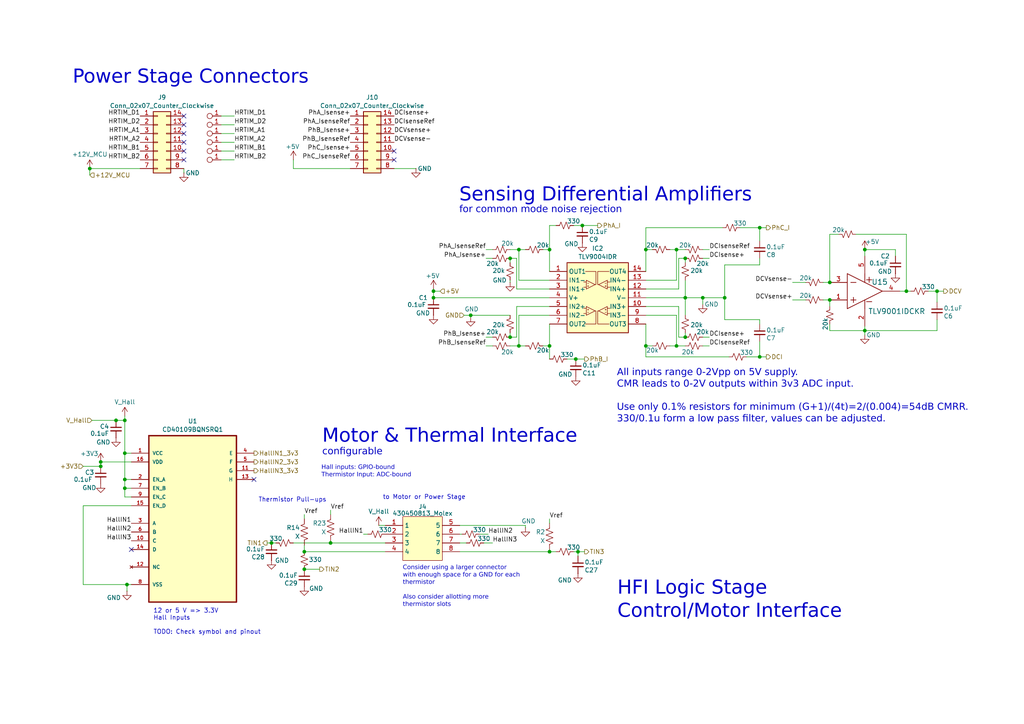
<source format=kicad_sch>
(kicad_sch (version 20231120) (generator "eeschema") (generator_version "8.0")
  (paper "A4")
  (lib_symbols
    (symbol "Connector_Generic:Conn_02x07_Counter_Clockwise" (pin_names (offset 1.016) hide)
      (property "Reference" "J" (at 1.27 10.16 0))
      (property "Value" "Conn_02x07_Counter_Clockwise" (at 1.27 -10.16 0))
      (symbol "Conn_02x07_Counter_Clockwise_1_1"
        (rectangle (start -1.27 -7.493) (end 0 -7.747) (stroke (width 0.1524)))
        (rectangle (start -1.27 -4.953) (end 0 -5.207) (stroke (width 0.1524)))
        (rectangle (start -1.27 -2.413) (end 0 -2.667) (stroke (width 0.1524)))
        (rectangle (start -1.27 0.127) (end 0 -0.127) (stroke (width 0.1524)))
        (rectangle (start -1.27 2.667) (end 0 2.413) (stroke (width 0.1524)))
        (rectangle (start -1.27 5.207) (end 0 4.953) (stroke (width 0.1524)))
        (rectangle (start -1.27 7.747) (end 0 7.493) (stroke (width 0.1524)))
        (rectangle (start -1.27 8.89) (end 3.81 -8.89) (stroke (width 0.254)) (fill (type background)))
        (rectangle (start 3.81 -7.493) (end 2.54 -7.747) (stroke (width 0.1524)))
        (rectangle (start 3.81 -4.953) (end 2.54 -5.207) (stroke (width 0.1524)))
        (rectangle (start 3.81 -2.413) (end 2.54 -2.667) (stroke (width 0.1524)))
        (rectangle (start 3.81 0.127) (end 2.54 -0.127) (stroke (width 0.1524)))
        (rectangle (start 3.81 2.667) (end 2.54 2.413) (stroke (width 0.1524)))
        (rectangle (start 3.81 5.207) (end 2.54 4.953) (stroke (width 0.1524)))
        (rectangle (start 3.81 7.747) (end 2.54 7.493) (stroke (width 0.1524)))
        (pin passive line (at -5.08 7.62 0) (length 3.81) (name "Pin_1") (number "1"))
        (pin passive line (at 7.62 -2.54 180) (length 3.81) (name "Pin_10") (number "10"))
        (pin passive line (at 7.62 0 180) (length 3.81) (name "Pin_11") (number "11"))
        (pin passive line (at 7.62 2.54 180) (length 3.81) (name "Pin_12") (number "12"))
        (pin passive line (at 7.62 5.08 180) (length 3.81) (name "Pin_13") (number "13"))
        (pin passive line (at 7.62 7.62 180) (length 3.81) (name "Pin_14") (number "14"))
        (pin passive line (at -5.08 5.08 0) (length 3.81) (name "Pin_2") (number "2"))
        (pin passive line (at -5.08 2.54 0) (length 3.81) (name "Pin_3") (number "3"))
        (pin passive line (at -5.08 0 0) (length 3.81) (name "Pin_4") (number "4"))
        (pin passive line (at -5.08 -2.54 0) (length 3.81) (name "Pin_5") (number "5"))
        (pin passive line (at -5.08 -5.08 0) (length 3.81) (name "Pin_6") (number "6"))
        (pin passive line (at -5.08 -7.62 0) (length 3.81) (name "Pin_7") (number "7"))
        (pin passive line (at 7.62 -7.62 180) (length 3.81) (name "Pin_8") (number "8"))
        (pin passive line (at 7.62 -5.08 180) (length 3.81) (name "Pin_9") (number "9"))
      )
    )
    (symbol "Device:C_Small" (pin_numbers hide) (pin_names (offset 0.254) hide)
      (property "Reference" "C" (at 0.254 1.778 0))
      (property "Value" "C_Small" (at 0.254 -2.032 0))
      (symbol "C_Small_0_1"
        (polyline (pts (xy -1.524 -0.508) (xy 1.524 -0.508)) (stroke (width 0.3302)))
        (polyline (pts (xy -1.524 0.508) (xy 1.524 0.508)) (stroke (width 0.3048)))
      )
      (symbol "C_Small_1_1"
        (pin passive line (at 0 2.54 270) (length 2.032) (name "~") (number "1"))
        (pin passive line (at 0 -2.54 90) (length 2.032) (name "~") (number "2"))
      )
    )
    (symbol "Device:R_Small_US" (pin_numbers hide) (pin_names (offset 0.254) hide)
      (property "Reference" "R" (at 0.762 0.508 0))
      (property "Value" "R_Small_US" (at 0.762 -1.016 0))
      (symbol "R_Small_US_1_1"
        (polyline (pts (xy 0 0) (xy 1.016 -0.381) (xy 0 -0.762) (xy -1.016 -1.143) (xy 0 -1.524)))
        (polyline (pts (xy 0 1.524) (xy 1.016 1.143) (xy 0 0.762) (xy -1.016 0.381) (xy 0 0)))
        (pin passive line (at 0 2.54 270) (length 1.016) (name "~") (number "1"))
        (pin passive line (at 0 -2.54 90) (length 1.016) (name "~") (number "2"))
      )
    )
    (symbol "Device:R_US" (pin_numbers hide) (pin_names (offset 0))
      (property "Reference" "R" (at 2.54 0 90))
      (property "Value" "R_US" (at -2.54 0 90))
      (symbol "R_US_0_1"
        (polyline (pts (xy 0 -2.286) (xy 0 -2.54)))
        (polyline (pts (xy 0 2.286) (xy 0 2.54)))
        (polyline (pts (xy 0 -0.762) (xy 1.016 -1.143) (xy 0 -1.524) (xy -1.016 -1.905) (xy 0 -2.286)))
        (polyline (pts (xy 0 0.762) (xy 1.016 0.381) (xy 0 0) (xy -1.016 -0.381) (xy 0 -0.762)))
        (polyline (pts (xy 0 2.286) (xy 1.016 1.905) (xy 0 1.524) (xy -1.016 1.143) (xy 0 0.762)))
      )
      (symbol "R_US_1_1"
        (pin passive line (at 0 3.81 270) (length 1.27) (name "~") (number "1"))
        (pin passive line (at 0 -3.81 90) (length 1.27) (name "~") (number "2"))
      )
    )
    (symbol "GTSR_symbol_lib:2068320801_Molex"
      (property "Reference" "J" (at 1.27 6.35 0))
      (property "Value" "2068320801_Molex" (at 0 -13.97 0))
      (symbol "2068320801_Molex_0_0"
        (rectangle (start -3.81 5.08) (end 7.62 -7.62) (fill (type background)))
        (pin passive line (at -8.89 2.54 0) (length 5.08) (name "1") (number "1"))
        (pin passive line (at -8.89 0 0) (length 5.08) (name "2") (number "2"))
        (pin passive line (at -8.89 -2.54 0) (length 5.08) (name "3") (number "3"))
        (pin passive line (at -8.89 -5.08 0) (length 5.08) (name "4") (number "4"))
        (pin passive line (at 12.7 2.54 180) (length 5.08) (name "5") (number "5"))
        (pin passive line (at 12.7 0 180) (length 5.08) (name "6") (number "6"))
        (pin passive line (at 12.7 -2.54 180) (length 5.08) (name "7") (number "7"))
        (pin passive line (at 12.7 -5.08 180) (length 5.08) (name "8") (number "8"))
      )
    )
    (symbol "HEI_Logic:CD40109BQNSRQ1" (pin_names (offset 1.016))
      (property "Reference" "U" (at -4.37 22.7647 0))
      (property "Value" "CD40109BQNSRQ1" (at -3.6353 -32.2602 0))
      (symbol "CD40109BQNSRQ1_0_0"
        (rectangle (start -12.7 -27.94) (end 12.7 20.32) (stroke (width 0.4064)) (fill (type background)))
        (pin power_in line (at -17.78 15.24 0) (length 5.08) (name "VCC") (number "1"))
        (pin input line (at -17.78 -10.16 0) (length 5.08) (name "C") (number "10"))
        (pin output line (at 17.78 10.16 180) (length 5.08) (name "G") (number "11"))
        (pin no_connect line (at -17.78 -17.78 0) (length 5.08) (name "NC") (number "12"))
        (pin output line (at 17.78 7.62 180) (length 5.08) (name "H") (number "13"))
        (pin input line (at -17.78 -12.7 0) (length 5.08) (name "D") (number "14"))
        (pin input line (at -17.78 0 0) (length 5.08) (name "EN_D") (number "15"))
        (pin power_in line (at -17.78 12.7 0) (length 5.08) (name "VDD") (number "16"))
        (pin input line (at -17.78 7.62 0) (length 5.08) (name "EN_A") (number "2"))
        (pin input line (at -17.78 -5.08 0) (length 5.08) (name "A") (number "3"))
        (pin output line (at 17.78 15.24 180) (length 5.08) (name "E") (number "4"))
        (pin output line (at 17.78 12.7 180) (length 5.08) (name "F") (number "5"))
        (pin input line (at -17.78 -7.62 0) (length 5.08) (name "B") (number "6"))
        (pin input line (at -17.78 5.08 0) (length 5.08) (name "EN_B") (number "7"))
        (pin power_in line (at -17.78 -22.86 0) (length 5.08) (name "VSS") (number "8"))
        (pin input line (at -17.78 2.54 0) (length 5.08) (name "EN_C") (number "9"))
      )
    )
    (symbol "HEI_Logic:TLV9001IDCKR" (pin_names (offset 0.254))
      (property "Reference" "U9" (at 14.1142 6.7579 0))
      (property "Value" "TLV9001IDCKR" (at 14.1142 3.925 0))
      (symbol "TLV9001IDCKR_0_1"
        (polyline (pts (xy -5.08 -5.08) (xy 5.08 0)) (stroke (width 0.2032)))
        (polyline (pts (xy -5.08 5.08) (xy -5.08 -5.08)) (stroke (width 0.2032)))
        (polyline (pts (xy -5.08 5.08) (xy 5.08 0)) (stroke (width 0.2032)))
        (polyline (pts (xy -4.064 -2.54) (xy -2.54 -2.54)) (stroke (width 0.2032)))
        (polyline (pts (xy -4.064 2.54) (xy -2.54 2.54)) (stroke (width 0.2032)))
        (polyline (pts (xy -3.302 -1.778) (xy -3.302 -3.302)) (stroke (width 0.2032)))
        (polyline (pts (xy 0 -2.54) (xy 0 -5.08)) (stroke (width 0.2032)))
        (polyline (pts (xy 0 5.08) (xy 0 2.54)) (stroke (width 0.2032)))
        (polyline (pts (xy 0.508 -3.048) (xy 2.032 -3.048)) (stroke (width 0.2032)))
        (polyline (pts (xy 0.508 3.302) (xy 2.032 3.302)) (stroke (width 0.2032)))
        (polyline (pts (xy 1.27 4.064) (xy 1.27 2.54)) (stroke (width 0.2032)))
      )
      (symbol "TLV9001IDCKR_1_1"
        (pin input line (at -10.16 -2.54 0) (length 5.08) (name "") (number "1"))
        (pin power_in line (at 0 -10.16 90) (length 5.08) (name "") (number "2"))
        (pin input line (at -10.16 2.54 0) (length 5.08) (name "") (number "3"))
        (pin output line (at 10.16 0 180) (length 5.08) (name "") (number "4"))
        (pin power_in line (at 0 10.16 270) (length 5.08) (name "") (number "5"))
      )
    )
    (symbol "HEI_Logic:TLV9004IDR"
      (property "Reference" "IC1" (at 13.97 6.6845 0))
      (property "Value" "TLV9004IDR" (at 13.97 4.2602 0))
      (symbol "TLV9004IDR_0_1"
        (polyline (pts (xy 10.668 -12.192) (xy 9.906 -12.192)))
        (polyline (pts (xy 10.668 -10.668) (xy 9.906 -10.668)))
        (polyline (pts (xy 10.668 -4.572) (xy 9.906 -4.572)))
        (polyline (pts (xy 10.668 -3.048) (xy 9.906 -3.048)))
        (polyline (pts (xy 17.526 -12.192) (xy 16.764 -12.192)))
        (polyline (pts (xy 17.526 -10.668) (xy 16.764 -10.668)))
        (polyline (pts (xy 17.526 -4.572) (xy 16.764 -4.572)))
        (polyline (pts (xy 17.526 -3.048) (xy 16.764 -3.048)))
        (polyline (pts (xy 10.668 -10.16) (xy 10.668 -12.7) (xy 13.208 -11.43) (xy 10.668 -10.16)))
        (polyline (pts (xy 10.668 -5.08) (xy 10.668 -2.54) (xy 13.208 -3.81) (xy 10.668 -5.08)))
        (polyline (pts (xy 13.208 -11.43) (xy 13.462 -11.43) (xy 13.462 -15.24) (xy 10.414 -15.24)))
        (polyline (pts (xy 13.208 -3.81) (xy 13.462 -3.81) (xy 13.462 0) (xy 10.414 0)))
        (polyline (pts (xy 14.224 -11.43) (xy 13.97 -11.43) (xy 13.97 -15.24) (xy 17.272 -15.24)))
        (polyline (pts (xy 14.224 -3.81) (xy 13.97 -3.81) (xy 13.97 0) (xy 17.272 0)))
        (polyline (pts (xy 16.764 -12.7) (xy 14.224 -11.43) (xy 16.764 -10.16) (xy 16.764 -12.7)))
        (polyline (pts (xy 16.764 -2.54) (xy 14.224 -3.81) (xy 16.764 -5.08) (xy 16.764 -2.54)))
      )
      (symbol "TLV9004IDR_1_1"
        (rectangle (start 5.08 2.54) (end 22.86 -17.78) (stroke (width 0.254)) (fill (type background)))
        (text "+\n-" (at 11.176 -11.43 0) (effects (font (size 0.5 0.5))))
        (text "+\n-" (at 16.256 -11.43 0) (effects (font (size 0.5 0.5))))
        (text "-\n+" (at 11.176 -3.81 0) (effects (font (size 0.5 0.5))))
        (text "-\n+" (at 16.256 -3.81 0) (effects (font (size 0.5 0.5))))
        (pin passive line (at 0 0 0) (length 5.08) (name "OUT1") (number "1"))
        (pin passive line (at 27.94 -10.16 180) (length 5.08) (name "IN3+") (number "10"))
        (pin passive line (at 27.94 -7.62 180) (length 5.08) (name "V-") (number "11"))
        (pin passive line (at 27.94 -5.08 180) (length 5.08) (name "IN4+") (number "12"))
        (pin passive line (at 27.94 -2.54 180) (length 5.08) (name "IN4-") (number "13"))
        (pin passive line (at 27.94 0 180) (length 5.08) (name "OUT4") (number "14"))
        (pin passive line (at 0 -2.54 0) (length 5.08) (name "IN1-") (number "2"))
        (pin passive line (at 0 -5.08 0) (length 5.08) (name "IN1+") (number "3"))
        (pin passive line (at 0 -7.62 0) (length 5.08) (name "V+") (number "4"))
        (pin passive line (at 0 -10.16 0) (length 5.08) (name "IN2+") (number "5"))
        (pin passive line (at 0 -12.7 0) (length 5.08) (name "IN2-") (number "6"))
        (pin passive line (at 0 -15.24 0) (length 5.08) (name "OUT2") (number "7"))
        (pin passive line (at 27.94 -15.24 180) (length 5.08) (name "OUT3") (number "8"))
        (pin passive line (at 27.94 -12.7 180) (length 5.08) (name "IN3-") (number "9"))
      )
    )
    (symbol "Test_Point_1"
      (symbol "Test_Point_1_0_1"
        (circle (center 0 3.302) (radius 0.762))
      )
      (symbol "Test_Point_1_1_1"
        (pin passive line (at 0 0 90) (length 2.54) (name "") (number "1"))
      )
    )
    (symbol "power:+3V3" (power) (pin_numbers hide) (pin_names (offset 0) hide)
      (property "Value" "+3V3" (at 0 3.556 0))
      (symbol "+3V3_0_1"
        (polyline (pts (xy -0.762 1.27) (xy 0 2.54)))
        (polyline (pts (xy 0 0) (xy 0 2.54)))
        (polyline (pts (xy 0 2.54) (xy 0.762 1.27)))
      )
      (symbol "+3V3_1_1"
        (pin power_in line (at 0 0 90) (length 0) (name "~") (number "1"))
      )
    )
    (symbol "power:GND" (power) (pin_numbers hide) (pin_names (offset 0) hide)
      (property "Value" "GND" (at 0 -3.81 0))
      (symbol "GND_0_1"
        (polyline (pts (xy 0 0) (xy 0 -1.27) (xy 1.27 -1.27) (xy 0 -2.54) (xy -1.27 -1.27) (xy 0 -1.27)))
      )
      (symbol "GND_1_1"
        (pin power_in line (at 0 0 270) (length 0) (name "~") (number "1"))
      )
    )
  )
  (junction (at 198.755 74.93))
  (junction (at 196.215 100.33))
  (junction (at 196.215 72.39))
  (junction (at 88.265 165.1))
  (junction (at 36.83 169.545))
  (junction (at 36.195 131.445))
  (junction (at 36.195 121.92))
  (junction (at 29.21 135.255))
  (junction (at 95.885 157.48))
  (junction (at 29.21 133.985))
  (junction (at 250.825 95.885))
  (junction (at 78.74 157.48))
  (junction (at 271.78 84.455))
  (junction (at 240.665 81.915))
  (junction (at 136.525 91.44))
  (junction (at 147.955 74.93))
  (junction (at 198.755 86.36))
  (junction (at 159.385 160.02))
  (junction (at 187.325 100.33))
  (junction (at 147.955 97.79))
  (junction (at 150.495 72.39))
  (junction (at 220.345 66.04))
  (junction (at 125.73 86.36))
  (junction (at 168.91 65.405))
  (junction (at 167.005 104.14))
  (junction (at 150.495 100.33))
  (junction (at 203.835 86.36))
  (junction (at 159.385 100.33))
  (junction (at 159.385 72.39))
  (junction (at 26.035 48.895))
  (junction (at 88.265 160.02))
  (junction (at 167.64 160.02))
  (junction (at 36.195 139.065))
  (junction (at 187.325 72.39))
  (junction (at 33.655 121.92))
  (junction (at 125.73 84.455))
  (junction (at 210.185 86.36))
  (junction (at 36.195 141.605))
  (junction (at 198.755 97.79))
  (junction (at 240.665 86.995))
  (junction (at 250.825 72.39))
  (junction (at 262.89 84.455))
  (junction (at 220.345 103.505))
  (no_connect (at 53.34 43.815))
  (no_connect (at 53.34 41.275))
  (no_connect (at 53.34 33.655))
  (no_connect (at 53.34 46.355))
  (no_connect (at 38.1 159.385))
  (no_connect (at 53.34 36.195))
  (no_connect (at 114.3 43.815))
  (no_connect (at 53.34 38.735))
  (no_connect (at 73.66 139.065))
  (no_connect (at 114.3 46.355))
  (wire (pts (xy 203.835 86.36) (xy 210.185 86.36)))
  (wire (pts (xy 147.955 100.33) (xy 150.495 100.33)))
  (wire (pts (xy 196.85 97.79) (xy 198.755 97.79)))
  (wire (pts (xy 238.76 86.995) (xy 240.665 86.995)))
  (wire (pts (xy 135.255 157.48) (xy 133.35 157.48)))
  (wire (pts (xy 198.755 74.93) (xy 198.755 76.2)))
  (wire (pts (xy 136.525 91.44) (xy 136.525 92.075)))
  (wire (pts (xy 147.955 72.39) (xy 150.495 72.39)))
  (wire (pts (xy 220.345 99.06) (xy 220.345 103.505)))
  (wire (pts (xy 187.325 100.33) (xy 187.325 93.98)))
  (wire (pts (xy 67.945 33.655) (xy 64.135 33.655)))
  (wire (pts (xy 169.545 160.02) (xy 167.64 160.02)))
  (wire (pts (xy 80.01 157.48) (xy 78.74 157.48)))
  (wire (pts (xy 133.985 154.94) (xy 133.35 154.94)))
  (wire (pts (xy 105.41 154.94) (xy 106.68 154.94)))
  (wire (pts (xy 240.665 95.885) (xy 250.825 95.885)))
  (wire (pts (xy 198.755 97.79) (xy 198.755 96.52)))
  (wire (pts (xy 142.875 100.33) (xy 140.97 100.33)))
  (wire (pts (xy 29.21 135.255) (xy 29.21 133.985)))
  (wire (pts (xy 196.85 88.9) (xy 187.325 88.9)))
  (wire (pts (xy 203.835 72.39) (xy 205.74 72.39)))
  (wire (pts (xy 243.205 67.945) (xy 240.665 67.945)))
  (wire (pts (xy 150.495 72.39) (xy 152.4 72.39)))
  (wire (pts (xy 88.265 150.495) (xy 88.265 149.225)))
  (wire (pts (xy 38.1 141.605) (xy 36.195 141.605)))
  (wire (pts (xy 159.385 72.39) (xy 159.385 78.74)))
  (wire (pts (xy 95.885 149.225) (xy 95.885 147.955)))
  (wire (pts (xy 240.665 86.995) (xy 240.665 88.9)))
  (wire (pts (xy 210.185 76.835) (xy 210.185 86.36)))
  (wire (pts (xy 161.29 160.02) (xy 159.385 160.02)))
  (wire (pts (xy 250.825 72.39) (xy 250.825 74.295)))
  (wire (pts (xy 167.64 160.02) (xy 166.37 160.02)))
  (wire (pts (xy 142.875 74.93) (xy 140.97 74.93)))
  (wire (pts (xy 196.215 100.33) (xy 194.31 100.33)))
  (wire (pts (xy 85.09 48.895) (xy 85.09 46.355)))
  (wire (pts (xy 125.73 86.36) (xy 125.73 84.455)))
  (wire (pts (xy 187.325 103.505) (xy 211.455 103.505)))
  (wire (pts (xy 36.195 139.065) (xy 36.195 141.605)))
  (wire (pts (xy 189.23 100.33) (xy 187.325 100.33)))
  (wire (pts (xy 88.265 160.02) (xy 111.76 160.02)))
  (wire (pts (xy 167.005 104.14) (xy 169.545 104.14)))
  (wire (pts (xy 269.24 84.455) (xy 271.78 84.455)))
  (wire (pts (xy 196.215 72.39) (xy 196.215 81.28)))
  (wire (pts (xy 139.065 154.94) (xy 141.605 154.94)))
  (wire (pts (xy 149.86 97.79) (xy 147.955 97.79)))
  (wire (pts (xy 26.035 48.895) (xy 40.64 48.895)))
  (wire (pts (xy 271.78 84.455) (xy 273.685 84.455)))
  (wire (pts (xy 24.13 135.255) (xy 29.21 135.255)))
  (wire (pts (xy 109.855 152.4) (xy 111.76 152.4)))
  (wire (pts (xy 67.945 41.275) (xy 64.135 41.275)))
  (wire (pts (xy 36.83 171.45) (xy 36.83 169.545)))
  (wire (pts (xy 262.89 84.455) (xy 260.985 84.455)))
  (wire (pts (xy 159.385 65.405) (xy 161.29 65.405)))
  (wire (pts (xy 150.495 91.44) (xy 159.385 91.44)))
  (wire (pts (xy 150.495 72.39) (xy 150.495 81.28)))
  (wire (pts (xy 198.755 86.36) (xy 187.325 86.36)))
  (wire (pts (xy 29.21 133.985) (xy 38.1 133.985)))
  (wire (pts (xy 67.945 46.355) (xy 64.135 46.355)))
  (wire (pts (xy 196.85 97.79) (xy 196.85 88.9)))
  (wire (pts (xy 149.86 97.79) (xy 149.86 88.9)))
  (wire (pts (xy 229.87 86.995) (xy 233.68 86.995)))
  (wire (pts (xy 240.665 93.98) (xy 240.665 95.885)))
  (wire (pts (xy 187.325 103.505) (xy 187.325 100.33)))
  (wire (pts (xy 36.195 144.145) (xy 38.1 144.145)))
  (wire (pts (xy 78.74 157.48) (xy 77.47 157.48)))
  (wire (pts (xy 203.835 74.93) (xy 205.74 74.93)))
  (wire (pts (xy 196.215 81.28) (xy 187.325 81.28)))
  (wire (pts (xy 187.325 72.39) (xy 187.325 78.74)))
  (wire (pts (xy 196.85 74.93) (xy 196.85 83.82)))
  (wire (pts (xy 157.48 72.39) (xy 159.385 72.39)))
  (wire (pts (xy 220.345 69.85) (xy 220.345 66.04)))
  (wire (pts (xy 142.875 72.39) (xy 140.97 72.39)))
  (wire (pts (xy 164.465 104.14) (xy 167.005 104.14)))
  (wire (pts (xy 85.09 48.895) (xy 101.6 48.895)))
  (wire (pts (xy 271.78 92.71) (xy 271.78 95.885)))
  (wire (pts (xy 203.835 86.36) (xy 198.755 86.36)))
  (wire (pts (xy 210.185 92.71) (xy 220.345 92.71)))
  (wire (pts (xy 127.635 84.455) (xy 125.73 84.455)))
  (wire (pts (xy 262.89 67.945) (xy 262.89 84.455)))
  (wire (pts (xy 248.285 67.945) (xy 262.89 67.945)))
  (wire (pts (xy 152.4 152.4) (xy 152.4 153.035)))
  (wire (pts (xy 133.35 152.4) (xy 152.4 152.4)))
  (wire (pts (xy 187.325 66.04) (xy 209.55 66.04)))
  (wire (pts (xy 67.945 43.815) (xy 64.135 43.815)))
  (wire (pts (xy 33.655 121.92) (xy 36.195 121.92)))
  (wire (pts (xy 196.85 74.93) (xy 198.755 74.93)))
  (wire (pts (xy 203.835 100.33) (xy 205.74 100.33)))
  (wire (pts (xy 36.195 121.92) (xy 36.195 131.445)))
  (wire (pts (xy 147.955 97.79) (xy 147.955 96.52)))
  (wire (pts (xy 92.71 165.1) (xy 88.265 165.1)))
  (wire (pts (xy 250.825 97.155) (xy 250.825 95.885)))
  (wire (pts (xy 140.335 157.48) (xy 142.875 157.48)))
  (wire (pts (xy 149.86 74.93) (xy 149.86 83.82)))
  (wire (pts (xy 198.755 86.36) (xy 198.755 91.44)))
  (wire (pts (xy 198.755 100.33) (xy 196.215 100.33)))
  (wire (pts (xy 26.035 48.895) (xy 26.035 50.8)))
  (wire (pts (xy 196.215 100.33) (xy 196.215 91.44)))
  (wire (pts (xy 240.665 67.945) (xy 240.665 81.915)))
  (wire (pts (xy 147.955 81.28) (xy 147.955 81.915)))
  (wire (pts (xy 136.525 91.44) (xy 147.955 91.44)))
  (wire (pts (xy 238.76 81.915) (xy 240.665 81.915)))
  (wire (pts (xy 38.1 146.685) (xy 24.13 146.685)))
  (wire (pts (xy 142.875 97.79) (xy 140.97 97.79)))
  (wire (pts (xy 150.495 81.28) (xy 159.385 81.28)))
  (wire (pts (xy 198.755 81.28) (xy 198.755 86.36)))
  (wire (pts (xy 229.87 81.915) (xy 233.68 81.915)))
  (wire (pts (xy 133.35 160.02) (xy 159.385 160.02)))
  (wire (pts (xy 220.345 66.04) (xy 222.25 66.04)))
  (wire (pts (xy 196.215 72.39) (xy 194.31 72.39)))
  (wire (pts (xy 250.825 95.885) (xy 250.825 94.615)))
  (wire (pts (xy 88.265 158.115) (xy 88.265 160.02)))
  (wire (pts (xy 95.885 156.845) (xy 95.885 157.48)))
  (wire (pts (xy 271.78 87.63) (xy 271.78 84.455)))
  (wire (pts (xy 216.535 103.505) (xy 220.345 103.505)))
  (wire (pts (xy 149.86 88.9) (xy 159.385 88.9)))
  (wire (pts (xy 220.345 76.835) (xy 220.345 74.93)))
  (wire (pts (xy 159.385 100.33) (xy 159.385 93.98)))
  (wire (pts (xy 114.3 48.895) (xy 120.65 48.895)))
  (wire (pts (xy 85.09 157.48) (xy 95.885 157.48)))
  (wire (pts (xy 159.385 86.36) (xy 125.73 86.36)))
  (wire (pts (xy 150.495 100.33) (xy 150.495 91.44)))
  (wire (pts (xy 26.67 121.92) (xy 33.655 121.92)))
  (wire (pts (xy 134.62 91.44) (xy 136.525 91.44)))
  (wire (pts (xy 24.13 169.545) (xy 36.83 169.545)))
  (wire (pts (xy 203.835 97.79) (xy 205.74 97.79)))
  (wire (pts (xy 147.955 74.93) (xy 147.955 76.2)))
  (wire (pts (xy 167.64 160.02) (xy 167.64 161.29)))
  (wire (pts (xy 187.325 66.04) (xy 187.325 72.39)))
  (wire (pts (xy 220.345 76.835) (xy 210.185 76.835)))
  (wire (pts (xy 149.86 74.93) (xy 147.955 74.93)))
  (wire (pts (xy 166.37 65.405) (xy 168.91 65.405)))
  (wire (pts (xy 196.215 91.44) (xy 187.325 91.44)))
  (wire (pts (xy 67.945 38.735) (xy 64.135 38.735)))
  (wire (pts (xy 220.345 103.505) (xy 222.25 103.505)))
  (wire (pts (xy 159.385 104.14) (xy 159.385 100.33)))
  (wire (pts (xy 214.63 66.04) (xy 220.345 66.04)))
  (wire (pts (xy 125.73 84.455) (xy 125.73 83.82)))
  (wire (pts (xy 210.185 92.71) (xy 210.185 86.36)))
  (wire (pts (xy 203.835 88.265) (xy 203.835 86.36)))
  (wire (pts (xy 95.885 157.48) (xy 111.76 157.48)))
  (wire (pts (xy 53.34 50.165) (xy 53.34 48.895)))
  (wire (pts (xy 36.195 120.65) (xy 36.195 121.92)))
  (wire (pts (xy 220.345 92.71) (xy 220.345 93.98)))
  (wire (pts (xy 24.13 146.685) (xy 24.13 169.545)))
  (wire (pts (xy 64.135 36.195) (xy 67.945 36.195)))
  (wire (pts (xy 271.78 95.885) (xy 250.825 95.885)))
  (wire (pts (xy 36.195 131.445) (xy 38.1 131.445)))
  (wire (pts (xy 36.195 141.605) (xy 36.195 144.145)))
  (wire (pts (xy 196.85 83.82) (xy 187.325 83.82)))
  (wire (pts (xy 38.1 139.065) (xy 36.195 139.065)))
  (wire (pts (xy 189.23 72.39) (xy 187.325 72.39)))
  (wire (pts (xy 159.385 65.405) (xy 159.385 72.39)))
  (wire (pts (xy 168.91 65.405) (xy 173.355 65.405)))
  (wire (pts (xy 149.86 83.82) (xy 159.385 83.82)))
  (wire (pts (xy 150.495 100.33) (xy 152.4 100.33)))
  (wire (pts (xy 36.195 131.445) (xy 36.195 139.065)))
  (wire (pts (xy 259.715 74.295) (xy 259.715 72.39)))
  (wire (pts (xy 159.385 159.385) (xy 159.385 160.02)))
  (wire (pts (xy 36.83 169.545) (xy 38.1 169.545)))
  (wire (pts (xy 159.385 150.495) (xy 159.385 151.765)))
  (wire (pts (xy 198.755 72.39) (xy 196.215 72.39)))
  (wire (pts (xy 157.48 100.33) (xy 159.385 100.33)))
  (wire (pts (xy 264.16 84.455) (xy 262.89 84.455)))
  (wire (pts (xy 250.825 72.39) (xy 259.715 72.39)))
  (text "Power Stage Connectors\n" (at 21.082 25.908 0) (effects (font (size 4 4)) (justify left bottom)))
  (text "Sensing Differential Amplifiers" (at 133.223 60.071 0) (effects (font (size 4 4)) (justify left bottom)))
  (text "configurable" (at 93.472 132.842 0) (effects (font (size 2 2)) (justify left bottom)))
  (text "Thermistor Pull-ups\n" (at 74.93 145.796 0) (effects (font (size 1.27 1.27)) (justify left bottom)))
  (text "HFI Logic Stage\nControl/Motor Interface" (at 179.07 180.848 0) (effects (font (size 4 4)) (justify left bottom)))
  (text "12 or 5 V => 3.3V \nHall Inputs\n\nTODO: Check symbol and pinout" (at 44.45 184.15 0) (effects (font (size 1.27 1.27)) (justify left bottom)))
  (text "Consider using a larger connector\nwith enough space for a GND for each\nthermistor\n\nAlso consider allotting more\nthermistor slots" (at 116.84 176.53 0) (effects (font (size 1.27 1.27)) (justify left bottom)))
  (text "Motor & Thermal Interface" (at 93.472 130.048 0) (effects (font (size 4 4)) (justify left bottom)))
  (text "to Motor or Power Stage\n" (at 110.998 145.034 0) (effects (font (size 1.27 1.27)) (justify left bottom)))
  (text "All inputs range 0-2Vpp on 5V supply.\nCMR leads to 0-2V outputs within 3v3 ADC input.\n\nUse only 0.1% resistors for minimum (G+1)/(4t)=2/(0.004)=54dB CMRR.\n330/0.1u form a low pass filter, values can be adjusted." (at 178.943 123.317 0) (effects (font (size 2 2)) (justify left bottom)))
  (text "for common mode noise rejection" (at 133.223 62.611 0) (effects (font (size 2 2)) (justify left bottom)))
  (text "Hall inputs: GPIO-bound\nThermistor Input: ADC-bound" (at 93.218 138.938 0) (effects (font (size 1.27 1.27)) (justify left bottom)))
  (label "HallIN2" (at 141.605 154.94 0))
  (label "HRTIM_D1" (at 40.64 33.655 180))
  (label "HRTIM_A2" (at 67.945 41.275 0))
  (label "HRTIM_D2" (at 67.945 36.195 0))
  (label "DCVsense-" (at 114.3 41.275 0))
  (label "HRTIM_D1" (at 67.945 33.655 0))
  (label "HallIN3" (at 142.875 157.48 0))
  (label "DCVsense+" (at 114.3 38.735 0))
  (label "DCIsense+" (at 205.74 97.79 0))
  (label "Vref" (at 88.265 149.225 0))
  (label "PhB_IsenseRef" (at 140.97 100.33 180))
  (label "PhB_IsenseRef" (at 101.6 41.275 180))
  (label "DCIsenseRef" (at 205.74 100.33 0))
  (label "PhA_IsenseRef" (at 101.6 36.195 180))
  (label "HRTIM_A1" (at 40.64 38.735 180))
  (label "Vref" (at 95.885 147.955 0))
  (label "HRTIM_A2" (at 40.64 41.275 180))
  (label "PhA_Isense+" (at 140.97 74.93 180))
  (label "DCIsense+" (at 205.74 74.93 0))
  (label "PhB_Isense+" (at 140.97 97.79 180))
  (label "HallIN2" (at 38.1 154.305 180))
  (label "HallIN1" (at 105.41 154.94 180))
  (label "PhA_IsenseRef" (at 140.97 72.39 180))
  (label "DCIsenseRef" (at 114.3 36.195 0))
  (label "HRTIM_D2" (at 40.64 36.195 180))
  (label "PhB_Isense+" (at 101.6 38.735 180))
  (label "DCVsense-" (at 229.87 81.915 180))
  (label "DCIsense+" (at 114.3 33.655 0))
  (label "PhC_Isense+" (at 101.6 43.815 180))
  (label "HRTIM_A1" (at 67.945 38.735 0))
  (label "HallIN1" (at 38.1 151.765 180))
  (label "HRTIM_B1" (at 67.945 43.815 0))
  (label "HallIN3" (at 38.1 156.845 180))
  (label "DCIsenseRef" (at 205.74 72.39 0))
  (label "PhA_Isense+" (at 101.6 33.655 180))
  (label "PhC_IsenseRef" (at 101.6 46.355 180))
  (label "DCVsense+" (at 229.87 86.995 180))
  (label "HRTIM_B2" (at 67.945 46.355 0))
  (label "HRTIM_B1" (at 40.64 43.815 180))
  (label "Vref" (at 159.385 150.495 0))
  (label "HRTIM_B2" (at 40.64 46.355 180))
  (hierarchical_label "TIN3" (shape output) (at 169.545 160.02 0))
  (hierarchical_label "GND" (shape input) (at 134.62 91.44 180))
  (hierarchical_label "HallIN1_3v3" (shape output) (at 73.66 131.445 0))
  (hierarchical_label "HallIN2_3v3" (shape output) (at 73.66 133.985 0))
  (hierarchical_label "PhB_I" (shape output) (at 169.545 104.14 0))
  (hierarchical_label "PhA_I" (shape output) (at 173.355 65.405 0))
  (hierarchical_label "+3V3" (shape input) (at 24.13 135.255 180))
  (hierarchical_label "DCI" (shape output) (at 222.25 103.505 0))
  (hierarchical_label "TIN1" (shape output) (at 77.47 157.48 180))
  (hierarchical_label "TIN2" (shape output) (at 92.71 165.1 0))
  (hierarchical_label "DCV" (shape output) (at 273.685 84.455 0))
  (hierarchical_label "+12V_MCU" (shape input) (at 26.035 50.8 0))
  (hierarchical_label "PhC_I" (shape output) (at 222.25 66.04 0))
  (hierarchical_label "HallIN3_3v3" (shape output) (at 73.66 136.525 0))
  (hierarchical_label "+5V" (shape input) (at 127.635 84.455 0))
  (hierarchical_label "V_Hall" (shape input) (at 26.67 121.92 180))
  (symbol (lib_id "Device:R_Small_US") (at 154.94 72.39 90) (unit 1)
    (property "Reference" "R52" (effects (hide yes)))
    (property "Value" "20k" (at 157.48 71.12 90))
    (property "Footprint" "Resistor_SMD:R_0603_1608Metric_Pad0.98x0.95mm_HandSolder" (effects (hide yes)))
    (property "Description" "Resistor, small US symbol" (effects (hide yes)))
  )
  (symbol (lib_id "Device:C_Small") (at 220.345 72.39 0) (unit 1)
    (property "Reference" "C8" (at 222.25 73.914 0) (effects (justify left)))
    (property "Value" "0.1uF" (at 222.25 71.628 0) (effects (justify left)))
    (property "Footprint" "Capacitor_SMD:C_0603_1608Metric_Pad1.08x0.95mm_HandSolder" (effects (hide yes)))
    (property "Description" "Unpolarized capacitor, small symbol" (effects (hide yes)))
  )
  (symbol (lib_id "power:GND") (at 125.73 91.44 0) (mirror y) (unit 1)
    (property "Reference" "#PWR01" (effects (hide yes)))
    (property "Value" "GND" (at 122.682 90.805 0))
    (property "Description" "Power symbol creates a global label with name \"GND\" , ground" (effects (hide yes)))
  )
  (symbol (lib_id "power:+3V3") (at 26.035 48.895 0) (mirror y) (unit 1)
    (property "Reference" "#PWR061" (effects (hide yes)))
    (property "Value" "+12V_MCU" (at 26.035 44.7619 0))
    (property "Description" "Power symbol creates a global label with name \"+3V3\"" (effects (hide yes)))
  )
  (symbol (lib_id "Device:R_Small_US") (at 191.77 72.39 270) (mirror x) (unit 1)
    (property "Reference" "R54" (effects (hide yes)))
    (property "Value" "20k" (at 189.23 71.12 90))
    (property "Footprint" "Resistor_SMD:R_0603_1608Metric_Pad0.98x0.95mm_HandSolder" (effects (hide yes)))
    (property "Description" "Resistor, small US symbol" (effects (hide yes)))
  )
  (symbol (lib_id "Device:R_Small_US") (at 109.22 154.94 90) (unit 1)
    (property "Reference" "R15" (effects (hide yes)))
    (property "Value" "330" (at 111.76 153.67 90))
    (property "Footprint" "Resistor_SMD:R_0603_1608Metric_Pad0.98x0.95mm_HandSolder" (effects (hide yes)))
    (property "Description" "Resistor, small US symbol" (effects (hide yes)))
  )
  (symbol (lib_id "power:+3V3") (at 109.855 152.4 0) (mirror y) (unit 1)
    (property "Reference" "#PWR032" (effects (hide yes)))
    (property "Value" "V_Hall" (at 109.855 148.336 0))
    (property "Description" "Power symbol creates a global label with name \"+3V3\"" (effects (hide yes)))
  )
  (symbol (lib_id "Device:R_US") (at 88.265 154.305 0) (mirror y) (unit 1)
    (property "Reference" "R14" (at 86.995 153.035 0) (effects (justify left)))
    (property "Value" "X" (at 86.995 155.575 0) (effects (justify left)))
    (property "Footprint" "Resistor_SMD:R_0603_1608Metric_Pad0.98x0.95mm_HandSolder" (effects (hide yes)))
    (property "Description" "Resistor, US symbol" (effects (hide yes)))
  )
  (symbol (lib_id "power:GND") (at 78.74 162.56 0) (mirror y) (unit 1)
    (property "Reference" "#PWR027" (effects (hide yes)))
    (property "Value" "GND" (at 81.788 162.56 0))
    (property "Description" "Power symbol creates a global label with name \"GND\" , ground" (effects (hide yes)))
  )
  (symbol (lib_id "power:GND") (at 168.91 70.485 0) (mirror y) (unit 1)
    (property "Reference" "#PWR019" (effects (hide yes)))
    (property "Value" "GND" (at 165.735 70.739 0))
    (property "Description" "Power symbol creates a global label with name \"GND\" , ground" (effects (hide yes)))
  )
  (symbol (lib_id "Device:R_US") (at 95.885 153.035 0) (mirror y) (unit 1)
    (property "Reference" "R23" (at 94.615 151.765 0) (effects (justify left)))
    (property "Value" "X" (at 94.615 154.305 0) (effects (justify left)))
    (property "Footprint" "Resistor_SMD:R_0603_1608Metric_Pad0.98x0.95mm_HandSolder" (effects (hide yes)))
    (property "Description" "Resistor, US symbol" (effects (hide yes)))
  )
  (symbol (lib_id "power:GND") (at 250.825 97.155 0) (mirror y) (unit 1)
    (property "Reference" "#PWR070" (effects (hide yes)))
    (property "Value" "GND" (at 253.365 97.155 0))
    (property "Description" "Power symbol creates a global label with name \"GND\" , ground" (effects (hide yes)))
  )
  (symbol (lib_id "power:GND") (at 29.21 140.335 0) (mirror y) (unit 1)
    (property "Reference" "#PWR016" (effects (hide yes)))
    (property "Value" "GND" (at 25.908 141.478 0))
    (property "Description" "Power symbol creates a global label with name \"GND\" , ground" (effects (hide yes)))
  )
  (symbol (lib_id "Device:R_Small_US") (at 136.525 154.94 90) (unit 1)
    (property "Reference" "R22" (effects (hide yes)))
    (property "Value" "330" (at 139.065 153.67 90))
    (property "Footprint" "Resistor_SMD:R_0603_1608Metric_Pad0.98x0.95mm_HandSolder" (effects (hide yes)))
    (property "Description" "Resistor, small US symbol" (effects (hide yes)))
  )
  (symbol (lib_id "power:+3V3") (at 85.09 46.355 0) (mirror y) (unit 1)
    (property "Reference" "#PWR063" (effects (hide yes)))
    (property "Value" "+5V" (at 84.836 42.545 0))
    (property "Description" "Power symbol creates a global label with name \"+3V3\"" (effects (hide yes)))
  )
  (symbol (lib_id "Device:R_Small_US") (at 88.265 162.56 0) (mirror y) (unit 1)
    (property "Reference" "R35" (effects (hide yes)))
    (property "Value" "330" (at 91.44 162.306 0))
    (property "Footprint" "Resistor_SMD:R_0603_1608Metric_Pad0.98x0.95mm_HandSolder" (effects (hide yes)))
    (property "Description" "Resistor, small US symbol" (effects (hide yes)))
  )
  (symbol (lib_id "Device:C_Small") (at 220.345 96.52 0) (unit 1)
    (property "Reference" "C7" (at 222.25 98.044 0) (effects (justify left)))
    (property "Value" "0.1uF" (at 222.25 95.758 0) (effects (justify left)))
    (property "Footprint" "Capacitor_SMD:C_0603_1608Metric_Pad1.08x0.95mm_HandSolder" (effects (hide yes)))
    (property "Description" "Unpolarized capacitor, small symbol" (effects (hide yes)))
  )
  (symbol (lib_id "Device:R_Small_US") (at 145.415 74.93 90) (unit 1)
    (property "Reference" "R47" (effects (hide yes)))
    (property "Value" "20k" (at 142.875 76.454 90))
    (property "Footprint" "Resistor_SMD:R_0603_1608Metric_Pad0.98x0.95mm_HandSolder" (effects (hide yes)))
    (property "Description" "Resistor, small US symbol" (effects (hide yes)))
  )
  (symbol (lib_id "Device:R_Small_US") (at 240.665 91.44 0) (mirror y) (unit 1)
    (property "Reference" "R64" (effects (hide yes)))
    (property "Value" "20k" (at 239.395 93.98 90))
    (property "Footprint" "Resistor_SMD:R_0603_1608Metric_Pad0.98x0.95mm_HandSolder" (effects (hide yes)))
    (property "Description" "Resistor, small US symbol" (effects (hide yes)))
  )
  (symbol (lib_id "HEI_Logic:CD40109BQNSRQ1") (at 55.88 146.685 0) (unit 1)
    (property "Reference" "U1" (at 55.88 122.1443 0))
    (property "Value" "CD40109BQNSRQ1" (at 55.88 124.5686 0))
    (property "Footprint" "HEI_Logic:SOIC127P780X200-16N" (effects (hide yes)))
    (property "Datasheet" "https://www.digikey.com/en/products/detail/texas-instruments/CD40109BQNSRQ1/2353345" (effects (hide yes)))
    (property "MPN" "CD40109BQNSRQ1" (effects (hide yes)))
    (property "OC_FARNELL" "-" (effects (hide yes)))
    (property "OC_NEWARK" "79R7923" (effects (hide yes)))
    (property "SUPPLIER" "Texas Instruments" (effects (hide yes)))
    (property "PACKAGE" "SOIC-16" (effects (hide yes)))
  )
  (symbol (lib_id "Device:C_Small") (at 78.74 160.02 0) (mirror y) (unit 1)
    (property "Reference" "C28" (at 76.835 161.544 0) (effects (justify left)))
    (property "Value" "0.1uF" (at 76.835 159.258 0) (effects (justify left)))
    (property "Footprint" "Capacitor_SMD:C_0603_1608Metric_Pad1.08x0.95mm_HandSolder" (effects (hide yes)))
    (property "Description" "Unpolarized capacitor, small symbol" (effects (hide yes)))
  )
  (symbol (lib_id "Device:R_Small_US") (at 198.755 78.74 0) (mirror x) (unit 1)
    (property "Reference" "R56" (effects (hide yes)))
    (property "Value" "20k" (at 202.057 78.486 0))
    (property "Footprint" "Resistor_SMD:R_0603_1608Metric_Pad0.98x0.95mm_HandSolder" (effects (hide yes)))
    (property "Description" "Resistor, small US symbol" (effects (hide yes)))
  )
  (symbol (lib_id "Device:C_Small") (at 88.265 167.64 0) (mirror y) (unit 1)
    (property "Reference" "C29" (at 86.36 169.164 0) (effects (justify left)))
    (property "Value" "0.1uF" (at 86.36 166.878 0) (effects (justify left)))
    (property "Footprint" "Capacitor_SMD:C_0603_1608Metric_Pad1.08x0.95mm_HandSolder" (effects (hide yes)))
    (property "Description" "Unpolarized capacitor, small symbol" (effects (hide yes)))
  )
  (symbol (lib_id "power:+3V3") (at 250.825 72.39 0) (mirror y) (unit 1)
    (property "Reference" "#PWR069" (effects (hide yes)))
    (property "Value" "+5V" (at 252.984 70.104 0))
    (property "Description" "Power symbol creates a global label with name \"+3V3\"" (effects (hide yes)))
  )
  (symbol (lib_id "Device:R_Small_US") (at 201.295 97.79 270) (unit 1)
    (property "Reference" "R60" (effects (hide yes)))
    (property "Value" "20k" (at 203.835 96.266 90))
    (property "Footprint" "Resistor_SMD:R_0603_1608Metric_Pad0.98x0.95mm_HandSolder" (effects (hide yes)))
    (property "Description" "Resistor, small US symbol" (effects (hide yes)))
  )
  (symbol (lib_id "Device:R_Small_US") (at 137.795 157.48 90) (unit 1)
    (property "Reference" "R24" (effects (hide yes)))
    (property "Value" "330" (at 140.335 156.21 90))
    (property "Footprint" "Resistor_SMD:R_0603_1608Metric_Pad0.98x0.95mm_HandSolder" (effects (hide yes)))
    (property "Description" "Resistor, small US symbol" (effects (hide yes)))
  )
  (symbol (lib_id "Device:C_Small") (at 29.21 137.795 0) (unit 1)
    (property "Reference" "C3" (at 24.638 137.033 0) (effects (justify left)))
    (property "Value" "0.1uF" (at 21.336 139.065 0) (effects (justify left)))
    (property "Footprint" "Capacitor_SMD:C_0603_1608Metric_Pad1.08x0.95mm_HandSolder" (effects (hide yes)))
    (property "Description" "Unpolarized capacitor, small symbol" (effects (hide yes)))
  )
  (symbol (lib_id "Device:C_Small") (at 33.655 124.46 0) (unit 1)
    (property "Reference" "C4" (at 28.956 123.698 0) (effects (justify left)))
    (property "Value" "0.1uF" (at 26.162 125.73 0) (effects (justify left)))
    (property "Footprint" "Capacitor_SMD:C_0603_1608Metric_Pad1.08x0.95mm_HandSolder" (effects (hide yes)))
    (property "Description" "Unpolarized capacitor, small symbol" (effects (hide yes)))
  )
  (symbol (lib_id "HEI_Logic:TLV9001IDCKR") (at 250.825 84.455 0) (unit 1)
    (property "Reference" "U15" (at 255.143 81.788 0) (effects (font (size 1.524 1.524))))
    (property "Value" "TLV9001IDCKR" (at 260.096 90.297 0) (effects (font (size 1.524 1.524))))
    (property "Footprint" "HEI_Logic:DCK0005A_M" (effects (hide yes)))
    (property "Datasheet" "https://www.mouser.com/ProductDetail/Texas-Instruments/TLV9001IDCKR?qs=gTYE2QTfZfQi9B6MdkRepg%3D%3D" (effects (hide yes)))
  )
  (symbol (lib_id "Device:R_Small_US") (at 213.995 103.505 90) (unit 1)
    (property "Reference" "R29" (effects (hide yes)))
    (property "Value" "330" (at 216.535 102.235 90))
    (property "Footprint" "Resistor_SMD:R_0603_1608Metric_Pad0.98x0.95mm_HandSolder" (effects (hide yes)))
    (property "Description" "Resistor, small US symbol" (effects (hide yes)))
  )
  (symbol (lib_id "Connector_Generic:Conn_02x07_Counter_Clockwise") (at 45.72 41.275 0) (unit 1)
    (property "Reference" "J9" (at 46.99 28.2405 0))
    (property "Value" "Conn_02x07_Counter_Clockwise" (at 46.99 30.6648 0))
    (property "Description" "Generic connector, double row, 02x07, counter clockwise pin numbering scheme (similar to DIP package numbering), script generated (kicad-library-utils/schlib/autogen/connector/)" (effects (hide yes)))
  )
  (symbol (lib_id "Device:R_Small_US") (at 82.55 157.48 270) (mirror x) (unit 1)
    (property "Reference" "R34" (effects (hide yes)))
    (property "Value" "330" (at 80.01 156.21 90))
    (property "Footprint" "Resistor_SMD:R_0603_1608Metric_Pad0.98x0.95mm_HandSolder" (effects (hide yes)))
    (property "Description" "Resistor, small US symbol" (effects (hide yes)))
  )
  (symbol (lib_id "Device:C_Small") (at 125.73 88.9 0) (unit 1)
    (property "Reference" "C1" (at 121.412 86.36 0) (effects (justify left)))
    (property "Value" "0.1uF" (at 118.11 88.392 0) (effects (justify left)))
    (property "Footprint" "Capacitor_SMD:C_0603_1608Metric_Pad1.08x0.95mm_HandSolder" (effects (hide yes)))
    (property "Description" "Unpolarized capacitor, small symbol" (effects (hide yes)))
  )
  (symbol (lib_name "Test_Point_1") (lib_id "GTSR_symbol_lib:Test_Point") (at 64.135 41.275 90) (unit 1)
    (property "Reference" "TP25" (effects (hide yes)))
    (property "Value" "Test_Point" (effects (hide yes)))
    (property "Footprint" "TestPoint:TestPoint_Pad_D1.0mm" (effects (hide yes)))
  )
  (symbol (lib_id "Device:R_Small_US") (at 201.295 100.33 270) (unit 1)
    (property "Reference" "R61" (effects (hide yes)))
    (property "Value" "20k" (at 199.517 102.108 90))
    (property "Footprint" "Resistor_SMD:R_0603_1608Metric_Pad0.98x0.95mm_HandSolder" (effects (hide yes)))
    (property "Description" "Resistor, small US symbol" (effects (hide yes)))
  )
  (symbol (lib_id "Device:C_Small") (at 271.78 90.17 0) (unit 1)
    (property "Reference" "C6" (at 273.685 91.694 0) (effects (justify left)))
    (property "Value" "0.1uF" (at 273.685 89.408 0) (effects (justify left)))
    (property "Footprint" "Capacitor_SMD:C_0603_1608Metric_Pad1.08x0.95mm_HandSolder" (effects (hide yes)))
    (property "Description" "Unpolarized capacitor, small symbol" (effects (hide yes)))
  )
  (symbol (lib_id "power:GND") (at 33.655 127 0) (mirror y) (unit 1)
    (property "Reference" "#PWR031" (effects (hide yes)))
    (property "Value" "GND" (at 29.972 128.27 0))
    (property "Description" "Power symbol creates a global label with name \"GND\" , ground" (effects (hide yes)))
  )
  (symbol (lib_id "Device:R_Small_US") (at 145.415 72.39 90) (unit 1)
    (property "Reference" "R46" (effects (hide yes)))
    (property "Value" "20k" (at 147.193 70.612 90))
    (property "Footprint" "Resistor_SMD:R_0603_1608Metric_Pad0.98x0.95mm_HandSolder" (effects (hide yes)))
    (property "Description" "Resistor, small US symbol" (effects (hide yes)))
  )
  (symbol (lib_id "power:GND") (at 259.715 79.375 0) (mirror y) (unit 1)
    (property "Reference" "#PWR011" (effects (hide yes)))
    (property "Value" "GND" (at 256.667 78.74 0))
    (property "Description" "Power symbol creates a global label with name \"GND\" , ground" (effects (hide yes)))
  )
  (symbol (lib_id "power:GND") (at 147.955 81.915 0) (mirror y) (unit 1)
    (property "Reference" "#PWR067" (effects (hide yes)))
    (property "Value" "GND" (at 144.907 81.28 0))
    (property "Description" "Power symbol creates a global label with name \"GND\" , ground" (effects (hide yes)))
  )
  (symbol (lib_id "Device:R_Small_US") (at 245.745 67.945 270) (mirror x) (unit 1)
    (property "Reference" "R65" (effects (hide yes)))
    (property "Value" "20k" (at 243.205 66.675 90))
    (property "Footprint" "Resistor_SMD:R_0603_1608Metric_Pad0.98x0.95mm_HandSolder" (effects (hide yes)))
    (property "Description" "Resistor, small US symbol" (effects (hide yes)))
  )
  (symbol (lib_id "power:GND") (at 167.005 109.22 0) (mirror y) (unit 1)
    (property "Reference" "#PWR024" (effects (hide yes)))
    (property "Value" "GND" (at 163.957 108.585 0))
    (property "Description" "Power symbol creates a global label with name \"GND\" , ground" (effects (hide yes)))
  )
  (symbol (lib_id "Device:R_Small_US") (at 201.295 74.93 270) (mirror x) (unit 1)
    (property "Reference" "R59" (effects (hide yes)))
    (property "Value" "20k" (at 203.835 76.454 90))
    (property "Footprint" "Resistor_SMD:R_0603_1608Metric_Pad0.98x0.95mm_HandSolder" (effects (hide yes)))
    (property "Description" "Resistor, small US symbol" (effects (hide yes)))
  )
  (symbol (lib_id "Device:R_Small_US") (at 163.83 160.02 90) (unit 1)
    (property "Reference" "R33" (effects (hide yes)))
    (property "Value" "330" (at 166.37 158.75 90))
    (property "Footprint" "Resistor_SMD:R_0603_1608Metric_Pad0.98x0.95mm_HandSolder" (effects (hide yes)))
    (property "Description" "Resistor, small US symbol" (effects (hide yes)))
  )
  (symbol (lib_id "power:GND") (at 36.83 171.45 0) (unit 1)
    (property "Reference" "#PWR029" (effects (hide yes)))
    (property "Value" "GND" (at 33.02 173.355 0))
    (property "Description" "Power symbol creates a global label with name \"GND\" , ground" (effects (hide yes)))
  )
  (symbol (lib_id "Device:R_Small_US") (at 212.09 66.04 90) (unit 1)
    (property "Reference" "R30" (effects (hide yes)))
    (property "Value" "330" (at 214.63 64.77 90))
    (property "Footprint" "Resistor_SMD:R_0603_1608Metric_Pad0.98x0.95mm_HandSolder" (effects (hide yes)))
    (property "Description" "Resistor, small US symbol" (effects (hide yes)))
  )
  (symbol (lib_name "Test_Point_1") (lib_id "GTSR_symbol_lib:Test_Point") (at 64.135 46.355 90) (unit 1)
    (property "Reference" "TP27" (effects (hide yes)))
    (property "Value" "Test_Point" (effects (hide yes)))
    (property "Footprint" "TestPoint:TestPoint_Pad_D1.0mm" (effects (hide yes)))
  )
  (symbol (lib_id "Device:R_Small_US") (at 161.925 104.14 90) (unit 1)
    (property "Reference" "R32" (effects (hide yes)))
    (property "Value" "330" (at 164.465 102.87 90))
    (property "Footprint" "Resistor_SMD:R_0603_1608Metric_Pad0.98x0.95mm_HandSolder" (effects (hide yes)))
    (property "Description" "Resistor, small US symbol" (effects (hide yes)))
  )
  (symbol (lib_id "power:GND") (at 88.265 170.18 0) (mirror y) (unit 1)
    (property "Reference" "#PWR028" (effects (hide yes)))
    (property "Value" "GND" (at 91.694 170.688 0))
    (property "Description" "Power symbol creates a global label with name \"GND\" , ground" (effects (hide yes)))
  )
  (symbol (lib_id "Device:R_Small_US") (at 201.295 72.39 270) (mirror x) (unit 1)
    (property "Reference" "R58" (effects (hide yes)))
    (property "Value" "20k" (at 198.755 71.12 90))
    (property "Footprint" "Resistor_SMD:R_0603_1608Metric_Pad0.98x0.95mm_HandSolder" (effects (hide yes)))
    (property "Description" "Resistor, small US symbol" (effects (hide yes)))
  )
  (symbol (lib_id "Device:C_Small") (at 168.91 67.945 0) (unit 1)
    (property "Reference" "C9" (at 170.815 69.469 0) (effects (justify left)))
    (property "Value" "0.1uF" (at 170.815 67.183 0) (effects (justify left)))
    (property "Footprint" "Capacitor_SMD:C_0603_1608Metric_Pad1.08x0.95mm_HandSolder" (effects (hide yes)))
    (property "Description" "Unpolarized capacitor, small symbol" (effects (hide yes)))
  )
  (symbol (lib_id "Device:R_Small_US") (at 154.94 100.33 90) (mirror x) (unit 1)
    (property "Reference" "R53" (effects (hide yes)))
    (property "Value" "20k" (at 157.48 101.6 90))
    (property "Footprint" "Resistor_SMD:R_0603_1608Metric_Pad0.98x0.95mm_HandSolder" (effects (hide yes)))
    (property "Description" "Resistor, small US symbol" (effects (hide yes)))
  )
  (symbol (lib_id "power:GND") (at 152.4 153.035 0) (unit 1)
    (property "Reference" "#PWR033" (effects (hide yes)))
    (property "Value" "GND" (at 153.289 151.13 0))
    (property "Description" "Power symbol creates a global label with name \"GND\" , ground" (effects (hide yes)))
  )
  (symbol (lib_id "Device:R_Small_US") (at 236.22 86.995 270) (mirror x) (unit 1)
    (property "Reference" "R63" (effects (hide yes)))
    (property "Value" "20k" (at 233.68 85.725 90))
    (property "Footprint" "Resistor_SMD:R_0603_1608Metric_Pad0.98x0.95mm_HandSolder" (effects (hide yes)))
    (property "Description" "Resistor, small US symbol" (effects (hide yes)))
  )
  (symbol (lib_id "HEI_Logic:TLV9004IDR") (at 159.385 78.74 0) (unit 1)
    (property "Reference" "IC2" (at 173.355 72.0555 0))
    (property "Value" "TLV9004IDR" (at 173.355 74.4798 0))
    (property "Footprint" "HEI_Logic:SOIC127P600X175-14N" (effects (hide yes)))
    (property "Datasheet" "https://www.mouser.com/ProductDetail/Texas-Instruments/TLV9004IDYYR?qs=Rp5uXu7WBW9qdKckPtTUuQ%3D%3D" (effects (hide yes)))
    (property "Height" "1.75" (effects (hide yes)))
  )
  (symbol (lib_id "Device:R_Small_US") (at 147.955 93.98 0) (mirror y) (unit 1)
    (property "Reference" "R51" (effects (hide yes)))
    (property "Value" "20k" (at 144.653 94.234 0))
    (property "Footprint" "Resistor_SMD:R_0603_1608Metric_Pad0.98x0.95mm_HandSolder" (effects (hide yes)))
    (property "Description" "Resistor, small US symbol" (effects (hide yes)))
  )
  (symbol (lib_name "Test_Point_1") (lib_id "GTSR_symbol_lib:Test_Point") (at 64.135 43.815 90) (unit 1)
    (property "Reference" "TP26" (effects (hide yes)))
    (property "Value" "Test_Point" (effects (hide yes)))
    (property "Footprint" "TestPoint:TestPoint_Pad_D1.0mm" (effects (hide yes)))
  )
  (symbol (lib_id "Device:R_Small_US") (at 147.955 78.74 180) (unit 1)
    (property "Reference" "R50" (effects (hide yes)))
    (property "Value" "20k" (at 144.653 78.486 0))
    (property "Footprint" "Resistor_SMD:R_0603_1608Metric_Pad0.98x0.95mm_HandSolder" (effects (hide yes)))
    (property "Description" "Resistor, small US symbol" (effects (hide yes)))
  )
  (symbol (lib_id "Device:R_Small_US") (at 236.22 81.915 270) (mirror x) (unit 1)
    (property "Reference" "R62" (effects (hide yes)))
    (property "Value" "20k" (at 233.68 80.645 90))
    (property "Footprint" "Resistor_SMD:R_0603_1608Metric_Pad0.98x0.95mm_HandSolder" (effects (hide yes)))
    (property "Description" "Resistor, small US symbol" (effects (hide yes)))
  )
  (symbol (lib_id "Connector_Generic:Conn_02x07_Counter_Clockwise") (at 106.68 41.275 0) (unit 1)
    (property "Reference" "J10" (at 107.95 28.2405 0))
    (property "Value" "Conn_02x07_Counter_Clockwise" (at 107.95 30.6648 0))
    (property "Description" "Generic connector, double row, 02x07, counter clockwise pin numbering scheme (similar to DIP package numbering), script generated (kicad-library-utils/schlib/autogen/connector/)" (effects (hide yes)))
  )
  (symbol (lib_id "Device:C_Small") (at 167.005 106.68 0) (unit 1)
    (property "Reference" "C11" (at 168.91 108.204 0) (effects (justify left)))
    (property "Value" "0.1uF" (at 168.91 105.918 0) (effects (justify left)))
    (property "Footprint" "Capacitor_SMD:C_0603_1608Metric_Pad1.08x0.95mm_HandSolder" (effects (hide yes)))
    (property "Description" "Unpolarized capacitor, small symbol" (effects (hide yes)))
  )
  (symbol (lib_id "power:GND") (at 53.34 50.165 0) (mirror y) (unit 1)
    (property "Reference" "#PWR062" (effects (hide yes)))
    (property "Value" "GND" (at 55.88 50.165 0))
    (property "Description" "Power symbol creates a global label with name \"GND\" , ground" (effects (hide yes)))
  )
  (symbol (lib_id "power:GND") (at 167.64 166.37 0) (unit 1)
    (property "Reference" "#PWR025" (effects (hide yes)))
    (property "Value" "GND" (at 163.83 168.275 0))
    (property "Description" "Power symbol creates a global label with name \"GND\" , ground" (effects (hide yes)))
  )
  (symbol (lib_id "GTSR_symbol_lib:2068320801_Molex") (at 120.65 154.94 0) (unit 1)
    (property "Reference" "J4" (at 122.555 146.9771 0))
    (property "Value" "430450813_Molex" (at 122.555 148.8981 0))
    (property "Footprint" "Connector_Molex:Molex_Micro-Fit_3.0_43045-0812_2x04_P3.00mm_Vertical" (effects (hide yes)))
    (property "Datasheet" "https://www.digikey.com/en/products/detail/molex/0430450813/1635003" (effects (hide yes)))
  )
  (symbol (lib_name "Test_Point_1") (lib_id "GTSR_symbol_lib:Test_Point") (at 64.135 36.195 90) (unit 1)
    (property "Reference" "TP21" (effects (hide yes)))
    (property "Value" "Test_Point" (effects (hide yes)))
    (property "Footprint" "TestPoint:TestPoint_Pad_D1.0mm" (effects (hide yes)))
  )
  (symbol (lib_id "Device:R_US") (at 159.385 155.575 0) (mirror y) (unit 1)
    (property "Reference" "R2" (at 158.115 154.305 0) (effects (justify left)))
    (property "Value" "X" (at 158.115 156.845 0) (effects (justify left)))
    (property "Footprint" "Resistor_SMD:R_0603_1608Metric_Pad0.98x0.95mm_HandSolder" (effects (hide yes)))
    (property "Description" "Resistor, US symbol" (effects (hide yes)))
  )
  (symbol (lib_id "Device:R_Small_US") (at 163.83 65.405 90) (unit 1)
    (property "Reference" "R31" (effects (hide yes)))
    (property "Value" "330" (at 166.37 64.135 90))
    (property "Footprint" "Resistor_SMD:R_0603_1608Metric_Pad0.98x0.95mm_HandSolder" (effects (hide yes)))
    (property "Description" "Resistor, small US symbol" (effects (hide yes)))
  )
  (symbol (lib_id "power:+3V3") (at 36.195 120.65 0) (mirror y) (unit 1)
    (property "Reference" "#PWR018" (effects (hide yes)))
    (property "Value" "V_Hall" (at 36.195 116.586 0))
    (property "Description" "Power symbol creates a global label with name \"+3V3\"" (effects (hide yes)))
  )
  (symbol (lib_id "Device:R_Small_US") (at 191.77 100.33 270) (unit 1)
    (property "Reference" "R55" (effects (hide yes)))
    (property "Value" "20k" (at 189.23 101.6 90))
    (property "Footprint" "Resistor_SMD:R_0603_1608Metric_Pad0.98x0.95mm_HandSolder" (effects (hide yes)))
    (property "Description" "Resistor, small US symbol" (effects (hide yes)))
  )
  (symbol (lib_id "Device:R_Small_US") (at 145.415 100.33 90) (mirror x) (unit 1)
    (property "Reference" "R49" (effects (hide yes)))
    (property "Value" "20k" (at 147.193 102.108 90))
    (property "Footprint" "Resistor_SMD:R_0603_1608Metric_Pad0.98x0.95mm_HandSolder" (effects (hide yes)))
    (property "Description" "Resistor, small US symbol" (effects (hide yes)))
  )
  (symbol (lib_id "Device:R_Small_US") (at 198.755 93.98 0) (unit 1)
    (property "Reference" "R57" (effects (hide yes)))
    (property "Value" "20k" (at 202.057 94.234 0))
    (property "Footprint" "Resistor_SMD:R_0603_1608Metric_Pad0.98x0.95mm_HandSolder" (effects (hide yes)))
    (property "Description" "Resistor, small US symbol" (effects (hide yes)))
  )
  (symbol (lib_id "power:GND") (at 136.525 92.075 0) (unit 1)
    (property "Reference" "#PWR066" (effects (hide yes)))
    (property "Value" "GND" (at 136.779 89.662 0))
    (property "Description" "Power symbol creates a global label with name \"GND\" , ground" (effects (hide yes)))
  )
  (symbol (lib_name "Test_Point_1") (lib_id "GTSR_symbol_lib:Test_Point") (at 64.135 33.655 90) (unit 1)
    (property "Reference" "TP20" (effects (hide yes)))
    (property "Value" "Test_Point" (effects (hide yes)))
    (property "Footprint" "TestPoint:TestPoint_Pad_D1.0mm" (effects (hide yes)))
  )
  (symbol (lib_id "Device:R_Small_US") (at 145.415 97.79 90) (mirror x) (unit 1)
    (property "Reference" "R48" (effects (hide yes)))
    (property "Value" "20k" (at 142.875 96.266 90))
    (property "Footprint" "Resistor_SMD:R_0603_1608Metric_Pad0.98x0.95mm_HandSolder" (effects (hide yes)))
    (property "Description" "Resistor, small US symbol" (effects (hide yes)))
  )
  (symbol (lib_id "power:GND") (at 120.65 48.895 0) (mirror y) (unit 1)
    (property "Reference" "#PWR064" (effects (hide yes)))
    (property "Value" "GND" (at 123.19 48.895 0))
    (property "Description" "Power symbol creates a global label with name \"GND\" , ground" (effects (hide yes)))
  )
  (symbol (lib_id "Device:R_Small_US") (at 266.7 84.455 90) (unit 1)
    (property "Reference" "R28" (effects (hide yes)))
    (property "Value" "330" (at 269.24 83.185 90))
    (property "Footprint" "Resistor_SMD:R_0603_1608Metric_Pad0.98x0.95mm_HandSolder" (effects (hide yes)))
    (property "Description" "Resistor, small US symbol" (effects (hide yes)))
  )
  (symbol (lib_id "Device:C_Small") (at 259.715 76.835 0) (unit 1)
    (property "Reference" "C2" (at 255.397 74.295 0) (effects (justify left)))
    (property "Value" "0.1uF" (at 252.095 76.327 0) (effects (justify left)))
    (property "Footprint" "Capacitor_SMD:C_0603_1608Metric_Pad1.08x0.95mm_HandSolder" (effects (hide yes)))
    (property "Description" "Unpolarized capacitor, small symbol" (effects (hide yes)))
  )
  (symbol (lib_name "Test_Point_1") (lib_id "GTSR_symbol_lib:Test_Point") (at 64.135 38.735 90) (unit 1)
    (property "Reference" "TP24" (effects (hide yes)))
    (property "Value" "Test_Point" (effects (hide yes)))
    (property "Footprint" "TestPoint:TestPoint_Pad_D1.0mm" (effects (hide yes)))
  )
  (symbol (lib_id "power:+3V3") (at 125.73 83.82 0) (mirror y) (unit 1)
    (property "Reference" "#PWR065" (effects (hide yes)))
    (property "Value" "+5V" (at 125.476 80.01 0))
    (property "Description" "Power symbol creates a global label with name \"+3V3\"" (effects (hide yes)))
  )
  (symbol (lib_id "Device:C_Small") (at 167.64 163.83 0) (unit 1)
    (property "Reference" "C27" (at 169.545 165.354 0) (effects (justify left)))
    (property "Value" "0.1uF" (at 169.545 163.068 0) (effects (justify left)))
    (property "Footprint" "Capacitor_SMD:C_0603_1608Metric_Pad1.08x0.95mm_HandSolder" (effects (hide yes)))
    (property "Description" "Unpolarized capacitor, small symbol" (effects (hide yes)))
  )
  (symbol (lib_id "power:+3V3") (at 29.21 133.985 0) (unit 1)
    (property "Reference" "#PWR012" (effects (hide yes)))
    (property "Value" "+3V3" (at 25.908 131.572 0))
    (property "Description" "Power symbol creates a global label with name \"+3V3\"" (effects (hide yes)))
  )
  (symbol (lib_id "power:GND") (at 203.835 88.265 0) (mirror y) (unit 1)
    (property "Reference" "#PWR068" (effects (hide yes)))
    (property "Value" "GND" (at 206.375 88.265 0))
    (property "Description" "Power symbol creates a global label with name \"GND\" , ground" (effects (hide yes)))
  )
)
</source>
